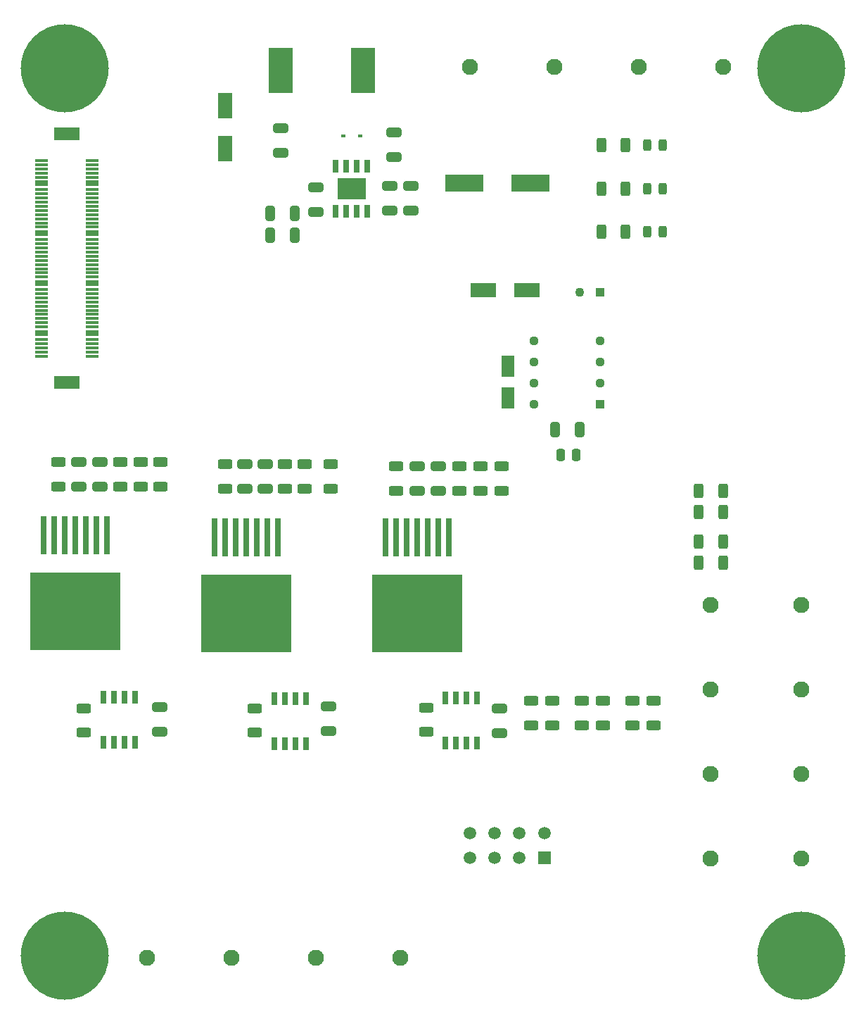
<source format=gbr>
%TF.GenerationSoftware,KiCad,Pcbnew,(6.0.9)*%
%TF.CreationDate,2023-03-24T12:27:37+01:00*%
%TF.ProjectId,twoLevelInverter,74776f4c-6576-4656-9c49-6e7665727465,rev?*%
%TF.SameCoordinates,Original*%
%TF.FileFunction,Soldermask,Top*%
%TF.FilePolarity,Negative*%
%FSLAX46Y46*%
G04 Gerber Fmt 4.6, Leading zero omitted, Abs format (unit mm)*
G04 Created by KiCad (PCBNEW (6.0.9)) date 2023-03-24 12:27:37*
%MOMM*%
%LPD*%
G01*
G04 APERTURE LIST*
G04 Aperture macros list*
%AMRoundRect*
0 Rectangle with rounded corners*
0 $1 Rounding radius*
0 $2 $3 $4 $5 $6 $7 $8 $9 X,Y pos of 4 corners*
0 Add a 4 corners polygon primitive as box body*
4,1,4,$2,$3,$4,$5,$6,$7,$8,$9,$2,$3,0*
0 Add four circle primitives for the rounded corners*
1,1,$1+$1,$2,$3*
1,1,$1+$1,$4,$5*
1,1,$1+$1,$6,$7*
1,1,$1+$1,$8,$9*
0 Add four rect primitives between the rounded corners*
20,1,$1+$1,$2,$3,$4,$5,0*
20,1,$1+$1,$4,$5,$6,$7,0*
20,1,$1+$1,$6,$7,$8,$9,0*
20,1,$1+$1,$8,$9,$2,$3,0*%
G04 Aperture macros list end*
%ADD10RoundRect,0.243750X-0.243750X-0.456250X0.243750X-0.456250X0.243750X0.456250X-0.243750X0.456250X0*%
%ADD11RoundRect,0.243750X0.243750X0.456250X-0.243750X0.456250X-0.243750X-0.456250X0.243750X-0.456250X0*%
%ADD12R,1.800000X3.050000*%
%ADD13RoundRect,0.250000X0.650000X-0.325000X0.650000X0.325000X-0.650000X0.325000X-0.650000X-0.325000X0*%
%ADD14RoundRect,0.250000X-0.625000X0.312500X-0.625000X-0.312500X0.625000X-0.312500X0.625000X0.312500X0*%
%ADD15R,1.100000X1.100000*%
%ADD16C,1.100000*%
%ADD17R,0.700000X1.525000*%
%ADD18R,3.450000X2.560000*%
%ADD19RoundRect,0.250000X-0.650000X0.325000X-0.650000X-0.325000X0.650000X-0.325000X0.650000X0.325000X0*%
%ADD20R,0.650000X1.525000*%
%ADD21R,1.130000X1.130000*%
%ADD22C,1.130000*%
%ADD23C,0.900000*%
%ADD24C,10.600000*%
%ADD25C,1.950000*%
%ADD26RoundRect,0.250000X0.625000X-0.312500X0.625000X0.312500X-0.625000X0.312500X-0.625000X-0.312500X0*%
%ADD27C,0.001000*%
%ADD28R,1.600000X0.300000*%
%ADD29R,3.100000X1.600000*%
%ADD30R,1.600000X0.700000*%
%ADD31R,0.800000X4.600000*%
%ADD32R,10.800000X9.400000*%
%ADD33RoundRect,0.250000X-0.250000X-0.475000X0.250000X-0.475000X0.250000X0.475000X-0.250000X0.475000X0*%
%ADD34R,4.650000X2.050000*%
%ADD35RoundRect,0.250000X0.312500X0.625000X-0.312500X0.625000X-0.312500X-0.625000X0.312500X-0.625000X0*%
%ADD36RoundRect,0.250000X-0.325000X-0.650000X0.325000X-0.650000X0.325000X0.650000X-0.325000X0.650000X0*%
%ADD37R,2.900000X5.400000*%
%ADD38RoundRect,0.250000X-0.312500X-0.625000X0.312500X-0.625000X0.312500X0.625000X-0.312500X0.625000X0*%
%ADD39R,3.050000X1.800000*%
%ADD40R,1.500000X2.550000*%
%ADD41R,0.600000X0.450000*%
%ADD42R,1.520000X1.520000*%
%ADD43C,1.520000*%
G04 APERTURE END LIST*
D10*
%TO.C,U14*%
X224019500Y-66929000D03*
X225894500Y-66929000D03*
%TD*%
%TO.C,U1*%
X224019500Y-61722000D03*
X225894500Y-61722000D03*
%TD*%
D11*
%TO.C,D1*%
X225894500Y-56515000D03*
X224019500Y-56515000D03*
%TD*%
D12*
%TO.C,C16*%
X173228000Y-51717000D03*
X173228000Y-56917000D03*
%TD*%
D13*
%TO.C,C11*%
X195580000Y-61439000D03*
X195580000Y-64389000D03*
%TD*%
D14*
%TO.C,R15*%
X206502000Y-95119000D03*
X206502000Y-98044000D03*
%TD*%
D15*
%TO.C,C19*%
X218400000Y-74168000D03*
D16*
X215900000Y-74168000D03*
%TD*%
D13*
%TO.C,C12*%
X193040000Y-64389000D03*
X193040000Y-61439000D03*
%TD*%
D17*
%TO.C,IC1*%
X186563000Y-64434000D03*
X187833000Y-64434000D03*
X189103000Y-64434000D03*
X190373000Y-64434000D03*
X190373000Y-59010000D03*
X189103000Y-59010000D03*
X187833000Y-59010000D03*
X186563000Y-59010000D03*
D18*
X188468000Y-61722000D03*
%TD*%
D19*
%TO.C,C6*%
X178045200Y-94867000D03*
X178045200Y-97817000D03*
%TD*%
D13*
%TO.C,R18*%
X184150000Y-64516000D03*
X184150000Y-61566000D03*
%TD*%
D19*
%TO.C,C15*%
X179959000Y-54483000D03*
X179959000Y-57433000D03*
%TD*%
D20*
%TO.C,IC2*%
X158623000Y-128319000D03*
X159893000Y-128319000D03*
X161163000Y-128319000D03*
X162433000Y-128319000D03*
X162433000Y-122895000D03*
X161163000Y-122895000D03*
X159893000Y-122895000D03*
X158623000Y-122895000D03*
%TD*%
D14*
%TO.C,R12*%
X193802000Y-95119000D03*
X193802000Y-98044000D03*
%TD*%
D21*
%TO.C,IC8*%
X218346000Y-87630000D03*
D22*
X218346000Y-85090000D03*
X218346000Y-82550000D03*
X218346000Y-80010000D03*
X210406000Y-80010000D03*
X210406000Y-82550000D03*
X210406000Y-85090000D03*
X210406000Y-87630000D03*
%TD*%
D23*
%TO.C,H3*%
X245380749Y-151113251D03*
X245380749Y-156734749D03*
X239759251Y-156734749D03*
D24*
X242570000Y-153924000D03*
D23*
X238595000Y-153924000D03*
X242570000Y-157899000D03*
X242570000Y-149949000D03*
X246545000Y-153924000D03*
X239759251Y-151113251D03*
%TD*%
D25*
%TO.C,J3*%
X242570000Y-142240000D03*
X242570000Y-132080000D03*
X242570000Y-121920000D03*
X242570000Y-111760000D03*
%TD*%
D14*
%TO.C,R13*%
X201422000Y-95119000D03*
X201422000Y-98044000D03*
%TD*%
%TO.C,R14*%
X203962000Y-95119000D03*
X203962000Y-98044000D03*
%TD*%
D26*
%TO.C,R27*%
X222250000Y-126238000D03*
X222250000Y-123313000D03*
%TD*%
D27*
%TO.C,J1*%
X154178000Y-56904000D03*
X154178000Y-83304000D03*
D28*
X157228000Y-58354000D03*
X151128000Y-58354000D03*
X157228000Y-58854000D03*
X151128000Y-58854000D03*
X157228000Y-59354000D03*
X151128000Y-59354000D03*
X157228000Y-59854000D03*
X151128000Y-59854000D03*
X157228000Y-60354000D03*
X151128000Y-60354000D03*
X157228000Y-61854000D03*
X151128000Y-61854000D03*
X157228000Y-62354000D03*
X151128000Y-62354000D03*
X157228000Y-62854000D03*
X151128000Y-62854000D03*
X157228000Y-63354000D03*
X151128000Y-63354000D03*
X157228000Y-63854000D03*
X151128000Y-63854000D03*
X157228000Y-64354000D03*
X151128000Y-64354000D03*
X157228000Y-64854000D03*
X151128000Y-64854000D03*
X157228000Y-65354000D03*
X151128000Y-65354000D03*
X157228000Y-65854000D03*
X151128000Y-65854000D03*
X157228000Y-66354000D03*
X151128000Y-66354000D03*
X157228000Y-67854000D03*
X151128000Y-67854000D03*
X157228000Y-68354000D03*
X151128000Y-68354000D03*
X157228000Y-68854000D03*
X151128000Y-68854000D03*
X157228000Y-69354000D03*
X151128000Y-69354000D03*
X157228000Y-69854000D03*
X151128000Y-69854000D03*
X157228000Y-70354000D03*
X151128000Y-70354000D03*
X157228000Y-70854000D03*
X151128000Y-70854000D03*
X157228000Y-71354000D03*
X151128000Y-71354000D03*
X157228000Y-71854000D03*
X151128000Y-71854000D03*
X157228000Y-72354000D03*
X151128000Y-72354000D03*
X157228000Y-73854000D03*
X151128000Y-73854000D03*
X157228000Y-74354000D03*
X151128000Y-74354000D03*
X157228000Y-74854000D03*
X151128000Y-74854000D03*
X157228000Y-75354000D03*
X151128000Y-75354000D03*
X157228000Y-75854000D03*
X151128000Y-75854000D03*
X157228000Y-76354000D03*
X151128000Y-76354000D03*
X157228000Y-76854000D03*
X151128000Y-76854000D03*
X157228000Y-77354000D03*
X151128000Y-77354000D03*
X157228000Y-77854000D03*
X151128000Y-77854000D03*
X157228000Y-78354000D03*
X151128000Y-78354000D03*
X157228000Y-79854000D03*
X151128000Y-79854000D03*
X157228000Y-80354000D03*
X151128000Y-80354000D03*
X157228000Y-80854000D03*
X151128000Y-80854000D03*
X157228000Y-81354000D03*
X151128000Y-81354000D03*
X157228000Y-81854000D03*
X151128000Y-81854000D03*
D29*
X154178000Y-55154000D03*
D30*
X151128000Y-61104000D03*
X151128000Y-67104000D03*
X151128000Y-73104000D03*
X151128000Y-79104000D03*
D29*
X154178000Y-85054000D03*
D30*
X157228000Y-79104000D03*
X157228000Y-73104000D03*
X157228000Y-67104000D03*
X157228000Y-61104000D03*
%TD*%
D31*
%TO.C,IC3*%
X159004000Y-103372000D03*
X157734000Y-103372000D03*
X156464000Y-103372000D03*
X155194000Y-103372000D03*
X153924000Y-103372000D03*
X152654000Y-103372000D03*
X151384000Y-103372000D03*
D32*
X155194000Y-112522000D03*
%TD*%
D33*
%TO.C,L2*%
X213614000Y-93726000D03*
X215514000Y-93726000D03*
%TD*%
D34*
%TO.C,C9*%
X201994000Y-61087000D03*
X209994000Y-61087000D03*
%TD*%
D35*
%TO.C,R25*%
X233172000Y-104140000D03*
X230247000Y-104140000D03*
%TD*%
D14*
%TO.C,R10*%
X185928000Y-94859500D03*
X185928000Y-97784500D03*
%TD*%
D36*
%TO.C,C14*%
X181610000Y-67310000D03*
X178660000Y-67310000D03*
%TD*%
D14*
%TO.C,R8*%
X180438800Y-94867000D03*
X180438800Y-97792000D03*
%TD*%
D37*
%TO.C,L1*%
X189862000Y-47498000D03*
X179962000Y-47498000D03*
%TD*%
D20*
%TO.C,IC4*%
X179197000Y-128442000D03*
X180467000Y-128442000D03*
X181737000Y-128442000D03*
X183007000Y-128442000D03*
X183007000Y-123018000D03*
X181737000Y-123018000D03*
X180467000Y-123018000D03*
X179197000Y-123018000D03*
%TD*%
D14*
%TO.C,R24*%
X218694000Y-123313000D03*
X218694000Y-126238000D03*
%TD*%
%TO.C,R5*%
X165481000Y-94611000D03*
X165481000Y-97536000D03*
%TD*%
D38*
%TO.C,R1*%
X218501500Y-56515000D03*
X221426500Y-56515000D03*
%TD*%
D14*
%TO.C,R28*%
X224790000Y-123313000D03*
X224790000Y-126238000D03*
%TD*%
D39*
%TO.C,C18*%
X204350000Y-73914000D03*
X209550000Y-73914000D03*
%TD*%
D19*
%TO.C,C4*%
X185674000Y-123952000D03*
X185674000Y-126902000D03*
%TD*%
D26*
%TO.C,R6*%
X156210000Y-124206000D03*
X156210000Y-127131000D03*
%TD*%
D23*
%TO.C,H1*%
X156734749Y-156734749D03*
X149949000Y-153924000D03*
X156734749Y-151113251D03*
X153924000Y-157899000D03*
X157899000Y-153924000D03*
X151113251Y-156734749D03*
D24*
X153924000Y-153924000D03*
D23*
X151113251Y-151113251D03*
X153924000Y-149949000D03*
%TD*%
D35*
%TO.C,U15*%
X218501500Y-66929000D03*
X221426500Y-66929000D03*
%TD*%
D19*
%TO.C,C7*%
X206248000Y-127172000D03*
X206248000Y-124222000D03*
%TD*%
D23*
%TO.C,H2*%
X156734749Y-44433251D03*
X149949000Y-47244000D03*
D24*
X153924000Y-47244000D03*
D23*
X153924000Y-43269000D03*
X153924000Y-51219000D03*
X151113251Y-44433251D03*
X156734749Y-50054749D03*
X151113251Y-50054749D03*
X157899000Y-47244000D03*
%TD*%
D13*
%TO.C,C13*%
X193548000Y-57912000D03*
X193548000Y-54962000D03*
%TD*%
D26*
%TO.C,R23*%
X216154000Y-126238000D03*
X216154000Y-123313000D03*
%TD*%
%TO.C,R19*%
X210058000Y-126238000D03*
X210058000Y-123313000D03*
%TD*%
D19*
%TO.C,C8*%
X196342000Y-95119000D03*
X196342000Y-98069000D03*
%TD*%
D25*
%TO.C,J4*%
X163830000Y-154178000D03*
X173990000Y-154178000D03*
X184150000Y-154178000D03*
X194310000Y-154178000D03*
%TD*%
D14*
%TO.C,R7*%
X173228000Y-94859500D03*
X173228000Y-97784500D03*
%TD*%
D31*
%TO.C,IC7*%
X200152000Y-103626000D03*
X198882000Y-103626000D03*
X197612000Y-103626000D03*
X196342000Y-103626000D03*
X195072000Y-103626000D03*
X193802000Y-103626000D03*
X192532000Y-103626000D03*
D32*
X196342000Y-112776000D03*
%TD*%
D23*
%TO.C,H4*%
X239759251Y-50054749D03*
X242570000Y-43269000D03*
X246545000Y-47244000D03*
D24*
X242570000Y-47244000D03*
D23*
X239759251Y-44433251D03*
X245380749Y-50054749D03*
X245380749Y-44433251D03*
X242570000Y-51219000D03*
X238595000Y-47244000D03*
%TD*%
D14*
%TO.C,R20*%
X212598000Y-123313000D03*
X212598000Y-126238000D03*
%TD*%
D25*
%TO.C,J8*%
X231648000Y-142240000D03*
X231648000Y-132080000D03*
X231648000Y-121920000D03*
X231648000Y-111760000D03*
%TD*%
D14*
%TO.C,R9*%
X182802400Y-94859500D03*
X182802400Y-97784500D03*
%TD*%
D25*
%TO.C,J5*%
X233172000Y-47117000D03*
X223012000Y-47117000D03*
X212852000Y-47117000D03*
X202692000Y-47117000D03*
%TD*%
D19*
%TO.C,C1*%
X165354000Y-124083000D03*
X165354000Y-127033000D03*
%TD*%
D38*
%TO.C,R26*%
X233172000Y-106680000D03*
X230247000Y-106680000D03*
%TD*%
D26*
%TO.C,R16*%
X197485000Y-127049000D03*
X197485000Y-124124000D03*
%TD*%
D35*
%TO.C,R21*%
X230247000Y-100584000D03*
X233172000Y-100584000D03*
%TD*%
D40*
%TO.C,D3*%
X207264000Y-86858000D03*
X207264000Y-83058000D03*
%TD*%
D35*
%TO.C,U2*%
X221426500Y-61722000D03*
X218501500Y-61722000D03*
%TD*%
D14*
%TO.C,R3*%
X160601400Y-94611000D03*
X160601400Y-97536000D03*
%TD*%
D20*
%TO.C,IC6*%
X199771000Y-128360000D03*
X201041000Y-128360000D03*
X202311000Y-128360000D03*
X203581000Y-128360000D03*
X203581000Y-122936000D03*
X202311000Y-122936000D03*
X201041000Y-122936000D03*
X199771000Y-122936000D03*
%TD*%
D26*
%TO.C,R11*%
X176784000Y-127131000D03*
X176784000Y-124206000D03*
%TD*%
D41*
%TO.C,D2*%
X189518000Y-55372000D03*
X187418000Y-55372000D03*
%TD*%
D27*
%TO.C,J2*%
X214667250Y-138252000D03*
X199667250Y-138252000D03*
D42*
X211667250Y-142192000D03*
D43*
X208667250Y-142192000D03*
X205667250Y-142192000D03*
X202667250Y-142192000D03*
X211667250Y-139192000D03*
X208667250Y-139192000D03*
X205667250Y-139192000D03*
X202667250Y-139192000D03*
%TD*%
D14*
%TO.C,R2*%
X153162000Y-94611000D03*
X153162000Y-97536000D03*
%TD*%
D36*
%TO.C,C17*%
X212979000Y-90678000D03*
X215929000Y-90678000D03*
%TD*%
D38*
%TO.C,R22*%
X230247000Y-98044000D03*
X233172000Y-98044000D03*
%TD*%
D14*
%TO.C,R4*%
X163041200Y-94611000D03*
X163041200Y-97536000D03*
%TD*%
D32*
%TO.C,IC5*%
X175768000Y-112776000D03*
D31*
X171958000Y-103626000D03*
X173228000Y-103626000D03*
X174498000Y-103626000D03*
X175768000Y-103626000D03*
X177038000Y-103626000D03*
X178308000Y-103626000D03*
X179578000Y-103626000D03*
%TD*%
D36*
%TO.C,R17*%
X178660000Y-64699000D03*
X181610000Y-64699000D03*
%TD*%
D19*
%TO.C,C3*%
X158131600Y-94618500D03*
X158131600Y-97568500D03*
%TD*%
%TO.C,C10*%
X198882000Y-95119000D03*
X198882000Y-98069000D03*
%TD*%
%TO.C,C2*%
X155631800Y-94618500D03*
X155631800Y-97568500D03*
%TD*%
%TO.C,C5*%
X175621600Y-97817000D03*
X175621600Y-94867000D03*
%TD*%
M02*

</source>
